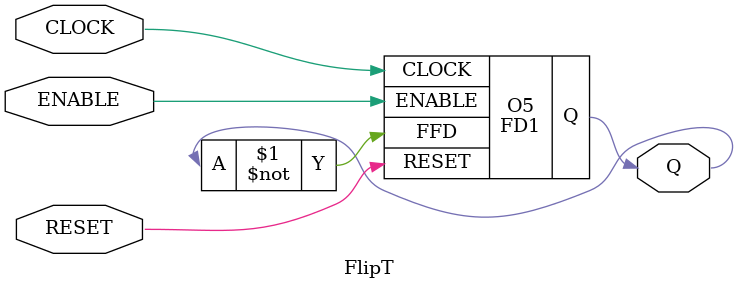
<source format=v>

module FD1(input wire CLOCK, input wire FFD, input wire RESET, input wire ENABLE, output Q);
reg Q;
	always @(posedge CLOCK or	posedge RESET)
		if (RESET)begin
		Q <= 0;
	end else if(ENABLE) begin
		Q <= FFD;
	end
endmodule


module FlipT(input wire CLOCK, RESET, ENABLE, output wire Q);
	FD1 O5(CLOCK, ~Q, RESET, ENABLE, Q);
endmodule

</source>
